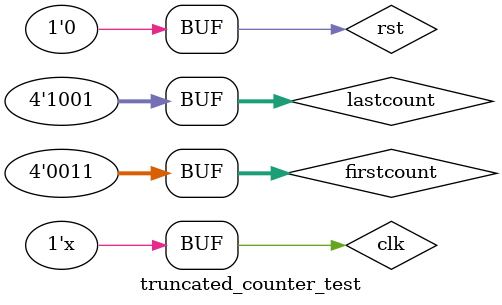
<source format=v>
module truncated_counter_test();
  reg [3:0]firstcount,lastcount;
  reg clk,rst;

   wire [3:0]out;
   wire finish;
   
   truncated_counter test(.out(out),.firstcount(firstcount),.lastcount(lastcount),.clk(clk),.rst(rst),.finish(finish));
   
   initial clk=0;
   always #5 clk = ~clk;
   
   initial begin
      firstcount = 4'd3;
   lastcount = 4'd9;
   rst = 1;
   #20;
   rst =0 ;

   
 
   end
   
   endmodule

</source>
